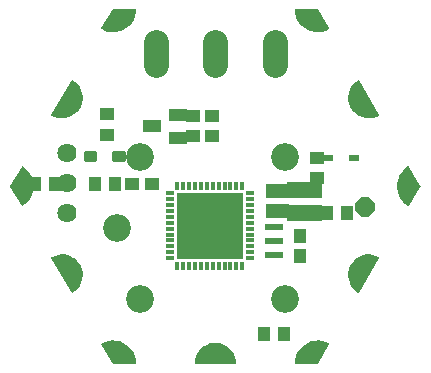
<source format=gbr>
G04 EAGLE Gerber RS-274X export*
G75*
%MOMM*%
%FSLAX34Y34*%
%LPD*%
%INSoldermask Bottom*%
%IPPOS*%
%AMOC8*
5,1,8,0,0,1.08239X$1,22.5*%
G01*
%ADD10C,1.101600*%
%ADD11C,2.351600*%
%ADD12R,1.201600X1.101600*%
%ADD13R,1.101600X1.201600*%
%ADD14R,1.501597X0.501600*%
%ADD15R,0.651600X0.355600*%
%ADD16R,0.355600X0.651600*%
%ADD17R,5.701600X5.701600*%
%ADD18P,1.759533X8X22.500000*%
%ADD19R,1.601600X1.401600*%
%ADD20C,1.625600*%
%ADD21R,0.901600X0.601600*%
%ADD22C,0.297525*%
%ADD23R,1.501600X1.101600*%
%ADD24C,2.082800*%

G36*
X17029Y319D02*
X17029Y319D01*
X17058Y317D01*
X17125Y339D01*
X17195Y353D01*
X17219Y369D01*
X17247Y378D01*
X17300Y425D01*
X17359Y465D01*
X17375Y490D01*
X17397Y509D01*
X17428Y573D01*
X17466Y633D01*
X17471Y662D01*
X17483Y688D01*
X17492Y787D01*
X17499Y829D01*
X17496Y840D01*
X17498Y854D01*
X17266Y3652D01*
X17256Y3685D01*
X17252Y3733D01*
X16563Y6455D01*
X16548Y6486D01*
X16536Y6533D01*
X15408Y9104D01*
X15388Y9132D01*
X15369Y9177D01*
X13833Y11527D01*
X13809Y11552D01*
X13783Y11592D01*
X11881Y13658D01*
X11853Y13678D01*
X11820Y13714D01*
X9605Y15438D01*
X9574Y15454D01*
X9536Y15483D01*
X7066Y16820D01*
X7033Y16830D01*
X6991Y16853D01*
X5805Y17260D01*
X4351Y17759D01*
X4335Y17765D01*
X4301Y17769D01*
X4255Y17785D01*
X1486Y18247D01*
X1451Y18246D01*
X1404Y18254D01*
X-1404Y18254D01*
X-1438Y18247D01*
X-1486Y18247D01*
X-4255Y17785D01*
X-4288Y17772D01*
X-4335Y17765D01*
X-6991Y16853D01*
X-7021Y16835D01*
X-7066Y16820D01*
X-9536Y15483D01*
X-9562Y15461D01*
X-9605Y15438D01*
X-11820Y13714D01*
X-11843Y13687D01*
X-11881Y13658D01*
X-13783Y11592D01*
X-13801Y11563D01*
X-13833Y11527D01*
X-15369Y9177D01*
X-15382Y9144D01*
X-15408Y9104D01*
X-16536Y6533D01*
X-16543Y6499D01*
X-16546Y6493D01*
X-16552Y6484D01*
X-16553Y6478D01*
X-16563Y6455D01*
X-17252Y3733D01*
X-17254Y3698D01*
X-17266Y3652D01*
X-17498Y854D01*
X-17494Y825D01*
X-17499Y796D01*
X-17483Y727D01*
X-17474Y656D01*
X-17460Y631D01*
X-17453Y603D01*
X-17411Y545D01*
X-17376Y484D01*
X-17352Y466D01*
X-17335Y442D01*
X-17274Y406D01*
X-17217Y363D01*
X-17189Y356D01*
X-17164Y341D01*
X-17066Y324D01*
X-17025Y314D01*
X-17014Y316D01*
X-17000Y313D01*
X17000Y313D01*
X17029Y319D01*
G37*
G36*
X-121393Y60622D02*
X-121393Y60622D01*
X-121322Y60619D01*
X-121295Y60630D01*
X-121266Y60632D01*
X-121176Y60674D01*
X-121136Y60689D01*
X-121128Y60697D01*
X-121115Y60702D01*
X-118812Y62302D01*
X-118788Y62327D01*
X-118748Y62354D01*
X-116739Y64311D01*
X-116720Y64340D01*
X-116685Y64374D01*
X-115026Y66634D01*
X-115011Y66666D01*
X-114982Y66705D01*
X-113718Y69208D01*
X-113709Y69241D01*
X-113687Y69284D01*
X-112851Y71961D01*
X-112848Y71996D01*
X-112833Y72042D01*
X-112450Y74820D01*
X-112452Y74855D01*
X-112446Y74902D01*
X-112525Y77706D01*
X-112533Y77740D01*
X-112534Y77788D01*
X-113073Y80540D01*
X-113087Y80572D01*
X-113096Y80619D01*
X-114081Y83245D01*
X-114096Y83270D01*
X-114101Y83289D01*
X-114109Y83300D01*
X-114116Y83319D01*
X-115520Y85747D01*
X-115543Y85773D01*
X-115567Y85815D01*
X-117351Y87979D01*
X-117378Y88000D01*
X-117409Y88038D01*
X-119525Y89878D01*
X-119555Y89895D01*
X-119591Y89927D01*
X-121982Y91394D01*
X-122014Y91406D01*
X-122055Y91431D01*
X-124654Y92485D01*
X-124688Y92491D01*
X-124733Y92509D01*
X-127470Y93121D01*
X-127505Y93122D01*
X-127552Y93132D01*
X-130352Y93285D01*
X-130386Y93280D01*
X-130434Y93283D01*
X-133222Y92972D01*
X-133255Y92962D01*
X-133303Y92956D01*
X-136001Y92191D01*
X-136031Y92176D01*
X-136078Y92162D01*
X-138613Y90964D01*
X-138637Y90946D01*
X-138664Y90936D01*
X-138716Y90887D01*
X-138773Y90845D01*
X-138787Y90820D01*
X-138809Y90800D01*
X-138837Y90734D01*
X-138873Y90673D01*
X-138876Y90644D01*
X-138888Y90617D01*
X-138889Y90546D01*
X-138898Y90476D01*
X-138890Y90448D01*
X-138890Y90418D01*
X-138856Y90326D01*
X-138844Y90284D01*
X-138837Y90276D01*
X-138832Y90263D01*
X-121832Y60863D01*
X-121813Y60841D01*
X-121800Y60814D01*
X-121747Y60767D01*
X-121700Y60714D01*
X-121674Y60701D01*
X-121652Y60682D01*
X-121585Y60659D01*
X-121521Y60628D01*
X-121492Y60627D01*
X-121464Y60617D01*
X-121393Y60622D01*
G37*
G36*
X130386Y208345D02*
X130386Y208345D01*
X130434Y208343D01*
X133222Y208653D01*
X133255Y208663D01*
X133303Y208669D01*
X136001Y209434D01*
X136031Y209450D01*
X136078Y209463D01*
X138613Y210661D01*
X138637Y210679D01*
X138664Y210689D01*
X138716Y210738D01*
X138773Y210780D01*
X138787Y210805D01*
X138809Y210825D01*
X138837Y210891D01*
X138873Y210952D01*
X138876Y210981D01*
X138888Y211008D01*
X138889Y211079D01*
X138898Y211149D01*
X138890Y211177D01*
X138890Y211207D01*
X138856Y211299D01*
X138844Y211341D01*
X138837Y211350D01*
X138832Y211362D01*
X121832Y240762D01*
X121813Y240784D01*
X121800Y240811D01*
X121747Y240858D01*
X121700Y240911D01*
X121674Y240924D01*
X121652Y240943D01*
X121585Y240966D01*
X121521Y240997D01*
X121492Y240998D01*
X121464Y241008D01*
X121393Y241003D01*
X121322Y241006D01*
X121295Y240995D01*
X121266Y240993D01*
X121176Y240951D01*
X121136Y240936D01*
X121128Y240929D01*
X121115Y240923D01*
X118812Y239323D01*
X118788Y239298D01*
X118748Y239271D01*
X116739Y237314D01*
X116720Y237285D01*
X116685Y237251D01*
X115026Y234991D01*
X115011Y234959D01*
X114982Y234920D01*
X113718Y232417D01*
X113709Y232384D01*
X113687Y232341D01*
X112851Y229664D01*
X112848Y229629D01*
X112833Y229583D01*
X112450Y226805D01*
X112452Y226770D01*
X112446Y226723D01*
X112525Y223919D01*
X112533Y223885D01*
X112534Y223837D01*
X113073Y221085D01*
X113087Y221053D01*
X113096Y221006D01*
X114081Y218380D01*
X114099Y218351D01*
X114116Y218306D01*
X115520Y215878D01*
X115543Y215852D01*
X115567Y215810D01*
X117351Y213646D01*
X117378Y213625D01*
X117409Y213587D01*
X119525Y211747D01*
X119555Y211730D01*
X119591Y211698D01*
X121982Y210231D01*
X122014Y210219D01*
X122055Y210194D01*
X124654Y209140D01*
X124688Y209134D01*
X124733Y209116D01*
X127470Y208504D01*
X127505Y208503D01*
X127552Y208493D01*
X130352Y208340D01*
X130386Y208345D01*
G37*
G36*
X121426Y60623D02*
X121426Y60623D01*
X121497Y60623D01*
X121524Y60634D01*
X121553Y60637D01*
X121615Y60672D01*
X121680Y60699D01*
X121701Y60720D01*
X121726Y60734D01*
X121789Y60811D01*
X121819Y60841D01*
X121823Y60852D01*
X121832Y60863D01*
X138832Y90263D01*
X138841Y90290D01*
X138858Y90314D01*
X138873Y90384D01*
X138895Y90451D01*
X138893Y90480D01*
X138899Y90509D01*
X138886Y90579D01*
X138880Y90649D01*
X138867Y90675D01*
X138861Y90704D01*
X138821Y90763D01*
X138789Y90826D01*
X138766Y90845D01*
X138750Y90869D01*
X138668Y90926D01*
X138635Y90953D01*
X138625Y90956D01*
X138613Y90964D01*
X136078Y92162D01*
X136044Y92171D01*
X136001Y92191D01*
X133303Y92956D01*
X133268Y92959D01*
X133222Y92972D01*
X130434Y93283D01*
X130400Y93279D01*
X130352Y93285D01*
X127552Y93132D01*
X127518Y93123D01*
X127470Y93121D01*
X124733Y92509D01*
X124701Y92495D01*
X124654Y92485D01*
X122055Y91431D01*
X122026Y91412D01*
X121982Y91394D01*
X119591Y89927D01*
X119566Y89903D01*
X119525Y89878D01*
X117409Y88038D01*
X117388Y88010D01*
X117351Y87979D01*
X115567Y85815D01*
X115551Y85784D01*
X115520Y85747D01*
X114116Y83319D01*
X114105Y83287D01*
X114098Y83274D01*
X114088Y83259D01*
X114088Y83257D01*
X114081Y83245D01*
X113096Y80619D01*
X113090Y80585D01*
X113073Y80540D01*
X112534Y77788D01*
X112534Y77753D01*
X112525Y77706D01*
X112446Y74902D01*
X112452Y74868D01*
X112450Y74820D01*
X112833Y72042D01*
X112845Y72009D01*
X112851Y71961D01*
X113687Y69284D01*
X113704Y69254D01*
X113718Y69208D01*
X114982Y66705D01*
X115004Y66677D01*
X115026Y66634D01*
X116685Y64374D01*
X116711Y64350D01*
X116739Y64311D01*
X118748Y62354D01*
X118777Y62336D01*
X118812Y62302D01*
X121115Y60702D01*
X121142Y60691D01*
X121165Y60672D01*
X121233Y60652D01*
X121298Y60624D01*
X121327Y60624D01*
X121355Y60615D01*
X121426Y60623D01*
G37*
G36*
X-127552Y208493D02*
X-127552Y208493D01*
X-127518Y208502D01*
X-127470Y208504D01*
X-124733Y209116D01*
X-124701Y209130D01*
X-124654Y209140D01*
X-122055Y210194D01*
X-122026Y210213D01*
X-121982Y210231D01*
X-119591Y211698D01*
X-119566Y211722D01*
X-119525Y211747D01*
X-117409Y213587D01*
X-117388Y213615D01*
X-117351Y213646D01*
X-115567Y215810D01*
X-115551Y215841D01*
X-115520Y215878D01*
X-114116Y218306D01*
X-114105Y218338D01*
X-114081Y218380D01*
X-113096Y221006D01*
X-113090Y221040D01*
X-113073Y221085D01*
X-112534Y223837D01*
X-112534Y223872D01*
X-112525Y223919D01*
X-112446Y226723D01*
X-112452Y226757D01*
X-112450Y226805D01*
X-112833Y229583D01*
X-112845Y229616D01*
X-112851Y229664D01*
X-113687Y232341D01*
X-113704Y232371D01*
X-113718Y232417D01*
X-114982Y234920D01*
X-115004Y234948D01*
X-115026Y234991D01*
X-116685Y237251D01*
X-116711Y237275D01*
X-116739Y237314D01*
X-118748Y239271D01*
X-118777Y239289D01*
X-118812Y239323D01*
X-121115Y240923D01*
X-121142Y240934D01*
X-121165Y240953D01*
X-121233Y240973D01*
X-121298Y241001D01*
X-121327Y241001D01*
X-121355Y241010D01*
X-121426Y241002D01*
X-121497Y241002D01*
X-121524Y240991D01*
X-121553Y240988D01*
X-121615Y240953D01*
X-121680Y240926D01*
X-121701Y240905D01*
X-121726Y240891D01*
X-121789Y240814D01*
X-121819Y240784D01*
X-121823Y240773D01*
X-121832Y240762D01*
X-138832Y211362D01*
X-138841Y211335D01*
X-138858Y211311D01*
X-138873Y211241D01*
X-138895Y211174D01*
X-138893Y211145D01*
X-138899Y211116D01*
X-138886Y211046D01*
X-138880Y210976D01*
X-138867Y210950D01*
X-138861Y210921D01*
X-138821Y210862D01*
X-138789Y210799D01*
X-138766Y210780D01*
X-138750Y210756D01*
X-138668Y210699D01*
X-138635Y210672D01*
X-138625Y210669D01*
X-138613Y210661D01*
X-136078Y209463D01*
X-136044Y209454D01*
X-136001Y209434D01*
X-133303Y208669D01*
X-133268Y208666D01*
X-133222Y208653D01*
X-130434Y208343D01*
X-130400Y208346D01*
X-130352Y208340D01*
X-127552Y208493D01*
G37*
G36*
X163727Y133823D02*
X163727Y133823D01*
X163798Y133823D01*
X163825Y133834D01*
X163854Y133837D01*
X163916Y133873D01*
X163981Y133900D01*
X164002Y133921D01*
X164027Y133935D01*
X164090Y134012D01*
X164120Y134043D01*
X164124Y134053D01*
X164133Y134063D01*
X173633Y150563D01*
X173643Y150595D01*
X173652Y150608D01*
X173656Y150633D01*
X173657Y150636D01*
X173688Y150707D01*
X173688Y150730D01*
X173696Y150752D01*
X173690Y150829D01*
X173691Y150906D01*
X173681Y150930D01*
X173680Y150950D01*
X173659Y150990D01*
X173633Y151062D01*
X164133Y167562D01*
X164114Y167583D01*
X164101Y167610D01*
X164048Y167657D01*
X164001Y167711D01*
X163975Y167723D01*
X163954Y167743D01*
X163886Y167766D01*
X163822Y167797D01*
X163793Y167798D01*
X163766Y167807D01*
X163694Y167803D01*
X163623Y167806D01*
X163596Y167796D01*
X163567Y167794D01*
X163477Y167751D01*
X163437Y167737D01*
X163429Y167729D01*
X163416Y167723D01*
X160893Y165982D01*
X160869Y165957D01*
X160831Y165931D01*
X158619Y163807D01*
X158600Y163779D01*
X158566Y163747D01*
X156724Y161295D01*
X156710Y161265D01*
X156681Y161227D01*
X155256Y158512D01*
X155247Y158481D01*
X155231Y158456D01*
X155230Y158448D01*
X155225Y158439D01*
X154254Y155530D01*
X154250Y155496D01*
X154235Y155452D01*
X153743Y152426D01*
X153744Y152392D01*
X153736Y152346D01*
X153736Y149279D01*
X153737Y149276D01*
X153737Y149273D01*
X153743Y149247D01*
X153743Y149246D01*
X153743Y149199D01*
X154235Y146173D01*
X154247Y146141D01*
X154254Y146095D01*
X155225Y143186D01*
X155242Y143157D01*
X155256Y143113D01*
X156681Y140398D01*
X156703Y140371D01*
X156724Y140330D01*
X158566Y137878D01*
X158591Y137856D01*
X158619Y137818D01*
X160831Y135694D01*
X160859Y135676D01*
X160893Y135643D01*
X163416Y133902D01*
X163443Y133890D01*
X163465Y133872D01*
X163534Y133852D01*
X163599Y133824D01*
X163628Y133823D01*
X163656Y133815D01*
X163727Y133823D01*
G37*
G36*
X-163694Y133822D02*
X-163694Y133822D01*
X-163623Y133819D01*
X-163596Y133829D01*
X-163567Y133831D01*
X-163477Y133874D01*
X-163437Y133888D01*
X-163429Y133896D01*
X-163416Y133902D01*
X-160893Y135643D01*
X-160869Y135668D01*
X-160831Y135694D01*
X-158619Y137818D01*
X-158600Y137846D01*
X-158566Y137878D01*
X-156724Y140330D01*
X-156710Y140360D01*
X-156681Y140398D01*
X-155256Y143113D01*
X-155247Y143145D01*
X-155225Y143186D01*
X-154254Y146095D01*
X-154250Y146129D01*
X-154235Y146173D01*
X-153743Y149199D01*
X-153744Y149233D01*
X-153736Y149279D01*
X-153736Y152346D01*
X-153743Y152379D01*
X-153743Y152426D01*
X-154235Y155452D01*
X-154247Y155484D01*
X-154254Y155530D01*
X-155225Y158439D01*
X-155238Y158462D01*
X-155244Y158486D01*
X-155251Y158495D01*
X-155256Y158512D01*
X-156681Y161227D01*
X-156703Y161254D01*
X-156724Y161295D01*
X-158566Y163747D01*
X-158591Y163769D01*
X-158619Y163807D01*
X-160831Y165931D01*
X-160859Y165949D01*
X-160893Y165982D01*
X-163416Y167723D01*
X-163443Y167735D01*
X-163465Y167753D01*
X-163534Y167774D01*
X-163599Y167801D01*
X-163628Y167802D01*
X-163656Y167810D01*
X-163727Y167802D01*
X-163798Y167802D01*
X-163825Y167791D01*
X-163854Y167788D01*
X-163916Y167753D01*
X-163981Y167725D01*
X-164002Y167704D01*
X-164027Y167690D01*
X-164090Y167613D01*
X-164120Y167582D01*
X-164124Y167572D01*
X-164133Y167562D01*
X-173633Y151062D01*
X-173657Y150989D01*
X-173688Y150918D01*
X-173688Y150895D01*
X-173696Y150873D01*
X-173690Y150796D01*
X-173691Y150719D01*
X-173681Y150695D01*
X-173680Y150675D01*
X-173659Y150635D01*
X-173640Y150583D01*
X-173639Y150578D01*
X-173637Y150576D01*
X-173633Y150563D01*
X-164133Y134063D01*
X-164114Y134042D01*
X-164101Y134015D01*
X-164048Y133968D01*
X-164001Y133914D01*
X-163975Y133902D01*
X-163954Y133882D01*
X-163886Y133859D01*
X-163822Y133828D01*
X-163793Y133827D01*
X-163766Y133818D01*
X-163694Y133822D01*
G37*
G36*
X86676Y329D02*
X86676Y329D01*
X86754Y337D01*
X86773Y348D01*
X86795Y353D01*
X86859Y397D01*
X86927Y435D01*
X86943Y454D01*
X86959Y465D01*
X86983Y503D01*
X87033Y563D01*
X96533Y17063D01*
X96542Y17091D01*
X96558Y17114D01*
X96573Y17184D01*
X96596Y17252D01*
X96593Y17281D01*
X96599Y17309D01*
X96586Y17379D01*
X96580Y17450D01*
X96567Y17476D01*
X96561Y17504D01*
X96521Y17563D01*
X96488Y17627D01*
X96466Y17645D01*
X96450Y17669D01*
X96367Y17726D01*
X96335Y17753D01*
X96324Y17756D01*
X96314Y17764D01*
X93548Y19072D01*
X93515Y19080D01*
X93472Y19101D01*
X90532Y19948D01*
X90498Y19951D01*
X90454Y19964D01*
X87416Y20330D01*
X87382Y20327D01*
X87335Y20333D01*
X84278Y20206D01*
X84245Y20198D01*
X84198Y20196D01*
X81201Y19580D01*
X81170Y19567D01*
X81124Y19558D01*
X78264Y18470D01*
X78236Y18451D01*
X78192Y18435D01*
X75544Y16902D01*
X75518Y16879D01*
X75478Y16856D01*
X73110Y14918D01*
X73088Y14892D01*
X73052Y14862D01*
X71025Y12570D01*
X71009Y12540D01*
X70977Y12505D01*
X69345Y9917D01*
X69333Y9886D01*
X69308Y9846D01*
X68112Y7030D01*
X68105Y6996D01*
X68102Y6990D01*
X68098Y6983D01*
X68097Y6978D01*
X68086Y6953D01*
X67358Y3982D01*
X67356Y3948D01*
X67345Y3902D01*
X67102Y852D01*
X67106Y824D01*
X67101Y796D01*
X67118Y726D01*
X67126Y655D01*
X67141Y630D01*
X67147Y603D01*
X67190Y545D01*
X67226Y482D01*
X67248Y465D01*
X67265Y442D01*
X67327Y406D01*
X67384Y362D01*
X67412Y355D01*
X67436Y341D01*
X67536Y324D01*
X67577Y314D01*
X67587Y315D01*
X67600Y313D01*
X86600Y313D01*
X86676Y329D01*
G37*
G36*
X87369Y281298D02*
X87369Y281298D01*
X87416Y281295D01*
X90454Y281661D01*
X90486Y281671D01*
X90532Y281677D01*
X93472Y282524D01*
X93502Y282540D01*
X93548Y282553D01*
X96314Y283861D01*
X96336Y283878D01*
X96363Y283888D01*
X96415Y283937D01*
X96473Y283980D01*
X96487Y284005D01*
X96508Y284025D01*
X96537Y284090D01*
X96573Y284152D01*
X96576Y284181D01*
X96588Y284207D01*
X96589Y284279D01*
X96598Y284349D01*
X96590Y284377D01*
X96591Y284406D01*
X96555Y284500D01*
X96544Y284541D01*
X96537Y284549D01*
X96533Y284562D01*
X87033Y301062D01*
X86981Y301120D01*
X86935Y301183D01*
X86916Y301194D01*
X86901Y301211D01*
X86831Y301244D01*
X86764Y301284D01*
X86740Y301288D01*
X86722Y301297D01*
X86677Y301299D01*
X86600Y301312D01*
X67600Y301312D01*
X67572Y301306D01*
X67544Y301309D01*
X67476Y301286D01*
X67405Y301272D01*
X67382Y301256D01*
X67355Y301247D01*
X67300Y301200D01*
X67241Y301160D01*
X67226Y301136D01*
X67205Y301117D01*
X67173Y301053D01*
X67134Y300992D01*
X67129Y300964D01*
X67117Y300939D01*
X67108Y300837D01*
X67101Y300796D01*
X67103Y300786D01*
X67102Y300773D01*
X67345Y297723D01*
X67354Y297690D01*
X67358Y297643D01*
X68086Y294672D01*
X68101Y294641D01*
X68112Y294595D01*
X69308Y291779D01*
X69327Y291751D01*
X69345Y291708D01*
X70977Y289120D01*
X71001Y289095D01*
X71025Y289055D01*
X73052Y286763D01*
X73079Y286742D01*
X73110Y286707D01*
X75478Y284769D01*
X75508Y284753D01*
X75544Y284723D01*
X78192Y283190D01*
X78224Y283179D01*
X78264Y283155D01*
X81124Y282067D01*
X81157Y282061D01*
X81201Y282045D01*
X84198Y281429D01*
X84232Y281429D01*
X84278Y281419D01*
X87335Y281292D01*
X87369Y281298D01*
G37*
G36*
X-67572Y319D02*
X-67572Y319D01*
X-67544Y316D01*
X-67476Y339D01*
X-67405Y353D01*
X-67382Y369D01*
X-67355Y378D01*
X-67300Y425D01*
X-67241Y465D01*
X-67226Y489D01*
X-67205Y508D01*
X-67173Y572D01*
X-67134Y633D01*
X-67129Y661D01*
X-67117Y686D01*
X-67108Y788D01*
X-67101Y829D01*
X-67103Y839D01*
X-67102Y852D01*
X-67345Y3902D01*
X-67354Y3935D01*
X-67358Y3982D01*
X-68086Y6953D01*
X-68101Y6984D01*
X-68112Y7030D01*
X-69308Y9846D01*
X-69327Y9874D01*
X-69345Y9917D01*
X-70977Y12505D01*
X-71001Y12530D01*
X-71025Y12570D01*
X-73052Y14862D01*
X-73079Y14883D01*
X-73110Y14918D01*
X-75478Y16856D01*
X-75508Y16872D01*
X-75544Y16902D01*
X-78192Y18435D01*
X-78224Y18446D01*
X-78264Y18470D01*
X-81124Y19558D01*
X-81157Y19564D01*
X-81201Y19580D01*
X-84198Y20196D01*
X-84232Y20196D01*
X-84278Y20206D01*
X-87335Y20333D01*
X-87369Y20327D01*
X-87416Y20330D01*
X-90454Y19964D01*
X-90486Y19954D01*
X-90532Y19948D01*
X-93472Y19101D01*
X-93502Y19085D01*
X-93548Y19072D01*
X-96314Y17764D01*
X-96336Y17747D01*
X-96363Y17737D01*
X-96415Y17688D01*
X-96473Y17645D01*
X-96487Y17620D01*
X-96508Y17600D01*
X-96537Y17535D01*
X-96573Y17473D01*
X-96576Y17445D01*
X-96588Y17418D01*
X-96589Y17346D01*
X-96598Y17276D01*
X-96590Y17248D01*
X-96591Y17219D01*
X-96555Y17125D01*
X-96544Y17084D01*
X-96537Y17076D01*
X-96533Y17063D01*
X-87033Y563D01*
X-86981Y505D01*
X-86935Y442D01*
X-86916Y431D01*
X-86901Y414D01*
X-86831Y381D01*
X-86764Y341D01*
X-86740Y337D01*
X-86722Y328D01*
X-86677Y326D01*
X-86600Y313D01*
X-67600Y313D01*
X-67572Y319D01*
G37*
G36*
X-84278Y281419D02*
X-84278Y281419D01*
X-84245Y281427D01*
X-84198Y281429D01*
X-81201Y282045D01*
X-81170Y282058D01*
X-81124Y282067D01*
X-78264Y283155D01*
X-78236Y283174D01*
X-78192Y283190D01*
X-75544Y284723D01*
X-75518Y284746D01*
X-75478Y284769D01*
X-73110Y286707D01*
X-73088Y286733D01*
X-73052Y286763D01*
X-71025Y289055D01*
X-71009Y289085D01*
X-70977Y289120D01*
X-69345Y291708D01*
X-69333Y291740D01*
X-69308Y291779D01*
X-68112Y294595D01*
X-68105Y294629D01*
X-68086Y294672D01*
X-67358Y297643D01*
X-67356Y297677D01*
X-67345Y297723D01*
X-67102Y300773D01*
X-67106Y300801D01*
X-67101Y300829D01*
X-67118Y300899D01*
X-67126Y300970D01*
X-67141Y300995D01*
X-67147Y301022D01*
X-67190Y301080D01*
X-67226Y301143D01*
X-67248Y301160D01*
X-67265Y301183D01*
X-67327Y301219D01*
X-67384Y301263D01*
X-67412Y301270D01*
X-67436Y301284D01*
X-67536Y301301D01*
X-67577Y301311D01*
X-67587Y301310D01*
X-67600Y301312D01*
X-86600Y301312D01*
X-86676Y301296D01*
X-86754Y301288D01*
X-86773Y301277D01*
X-86795Y301272D01*
X-86859Y301228D01*
X-86927Y301190D01*
X-86943Y301171D01*
X-86959Y301160D01*
X-86983Y301122D01*
X-87033Y301062D01*
X-96533Y284562D01*
X-96542Y284534D01*
X-96558Y284511D01*
X-96573Y284441D01*
X-96596Y284373D01*
X-96593Y284345D01*
X-96599Y284316D01*
X-96586Y284246D01*
X-96580Y284175D01*
X-96567Y284149D01*
X-96561Y284121D01*
X-96521Y284062D01*
X-96488Y283998D01*
X-96466Y283980D01*
X-96450Y283956D01*
X-96367Y283899D01*
X-96335Y283872D01*
X-96324Y283869D01*
X-96314Y283861D01*
X-93548Y282553D01*
X-93515Y282545D01*
X-93472Y282524D01*
X-90532Y281677D01*
X-90498Y281674D01*
X-90454Y281661D01*
X-87416Y281295D01*
X-87382Y281298D01*
X-87335Y281292D01*
X-84278Y281419D01*
G37*
D10*
X82600Y293913D03*
X165200Y150813D03*
X82600Y7713D03*
X-82600Y7713D03*
X-165200Y150813D03*
X-82600Y293913D03*
X123900Y222313D03*
X123900Y79313D03*
X0Y7713D03*
X-123900Y79313D03*
X-123900Y222313D03*
D11*
X-83500Y115563D03*
X-63500Y55563D03*
X58500Y55563D03*
X58500Y175563D03*
X-63500Y175563D03*
D12*
X-3175Y193113D03*
X-3175Y210113D03*
X-92075Y194700D03*
X-92075Y211700D03*
X85725Y158188D03*
X85725Y175188D03*
D13*
X111688Y128588D03*
X94688Y128588D03*
D14*
X49213Y92775D03*
X49213Y104775D03*
X49213Y116775D03*
D15*
X29038Y144982D03*
X29038Y139981D03*
X29038Y134979D03*
X29038Y129978D03*
X29038Y124977D03*
X29038Y119976D03*
X29038Y114974D03*
X29038Y109973D03*
X29038Y104972D03*
X29038Y99971D03*
X29038Y94969D03*
X29038Y89968D03*
D16*
X22745Y83675D03*
X17744Y83675D03*
X12742Y83675D03*
X7741Y83675D03*
X2740Y83675D03*
X-2262Y83675D03*
X-7264Y83675D03*
X-12265Y83675D03*
X-17266Y83675D03*
X-22267Y83675D03*
X-27269Y83675D03*
X-32270Y83675D03*
D15*
X-38563Y89968D03*
X-38563Y94969D03*
X-38563Y99971D03*
X-38563Y104972D03*
X-38563Y109973D03*
X-38563Y114974D03*
X-38563Y119976D03*
X-38563Y124977D03*
X-38563Y129978D03*
X-38563Y134979D03*
X-38563Y139981D03*
X-38563Y144982D03*
D16*
X-32270Y151275D03*
X-27269Y151275D03*
X-22267Y151275D03*
X-17266Y151275D03*
X-12265Y151275D03*
X-7264Y151275D03*
X-2262Y151275D03*
X2740Y151275D03*
X7741Y151275D03*
X12742Y151275D03*
X17744Y151275D03*
X22745Y151275D03*
D17*
X-4763Y117475D03*
D18*
X127000Y133350D03*
D13*
X-152963Y152400D03*
X-135963Y152400D03*
X57713Y25400D03*
X40713Y25400D03*
X71438Y91513D03*
X71438Y108513D03*
X57150Y146613D03*
X57150Y129613D03*
X47625Y146613D03*
X47625Y129613D03*
D19*
X82550Y147613D03*
X82550Y128613D03*
X68263Y147613D03*
X68263Y128613D03*
D20*
X-125413Y179388D03*
X-125413Y153988D03*
X-125413Y128588D03*
D21*
X117363Y174625D03*
X95363Y174625D03*
D22*
X-77642Y179234D02*
X-85684Y179234D01*
X-77642Y179234D02*
X-77642Y173192D01*
X-85684Y173192D01*
X-85684Y179234D01*
X-85684Y176018D02*
X-77642Y176018D01*
X-77642Y178844D02*
X-85684Y178844D01*
X-101642Y179234D02*
X-109684Y179234D01*
X-101642Y179234D02*
X-101642Y173192D01*
X-109684Y173192D01*
X-109684Y179234D01*
X-109684Y176018D02*
X-101642Y176018D01*
X-101642Y178844D02*
X-109684Y178844D01*
D23*
X-53863Y201613D03*
X-31863Y192113D03*
X-31863Y211113D03*
D13*
X-85163Y152400D03*
X-102163Y152400D03*
D12*
X-70413Y152400D03*
X-53413Y152400D03*
X-19050Y210113D03*
X-19050Y193113D03*
D24*
X50038Y253619D02*
X50038Y273431D01*
X0Y273431D02*
X0Y253619D01*
X-50038Y253619D02*
X-50038Y273431D01*
M02*

</source>
